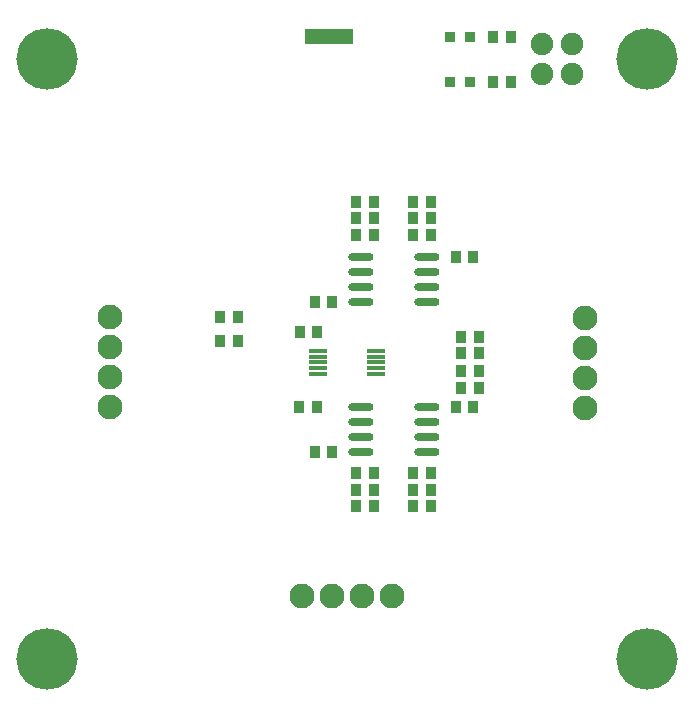
<source format=gts>
G04 Layer: TopSolderMaskLayer*
G04 Panelize: , Column: 2, Row: 2, Board Size: 58.42mm x 58.42mm, Panelized Board Size: 118.84mm x 118.84mm*
G04 EasyEDA v6.5.34, 2023-10-06 23:46:37*
G04 e07c970f047149babf7d85850df99f2e,5a6b42c53f6a479593ecc07194224c93,10*
G04 Gerber Generator version 0.2*
G04 Scale: 100 percent, Rotated: No, Reflected: No *
G04 Dimensions in millimeters *
G04 leading zeros omitted , absolute positions ,4 integer and 5 decimal *
%FSLAX45Y45*%
%MOMM*%

%AMMACRO1*1,1,$1,$2,$3*1,1,$1,$4,$5*1,1,$1,0-$2,0-$3*1,1,$1,0-$4,0-$5*20,1,$1,$2,$3,$4,$5,0*20,1,$1,$4,$5,0-$2,0-$3,0*20,1,$1,0-$2,0-$3,0-$4,0-$5,0*20,1,$1,0-$4,0-$5,$2,$3,0*4,1,4,$2,$3,$4,$5,0-$2,0-$3,0-$4,0-$5,$2,$3,0*%
%ADD10MACRO1,0.1016X-0.4032X-0.432X-0.4032X0.432*%
%ADD11MACRO1,0.1016X0.4032X-0.432X0.4032X0.432*%
%ADD12MACRO1,0.1016X0.4032X0.432X0.4032X-0.432*%
%ADD13MACRO1,0.1016X-0.4032X0.432X-0.4032X-0.432*%
%ADD14O,2.1466048X0.68961*%
%ADD15MACRO1,0.1016X-0.4X0.45X0.4X0.45*%
%ADD16MACRO1,0.1016X0.4X-0.45X-0.4X-0.45*%
%ADD17MACRO1,0.1016X-0.4X-0.4X-0.4X0.4*%
%ADD18MACRO1,0.1016X-0.75X0.1524X0.75X0.1524*%
%ADD19C,5.2032*%
%ADD20C,1.9016*%
%ADD21C,2.1016*%

%LPD*%
D10*
G01*
X4037724Y3111500D03*
D11*
G01*
X3887075Y3111500D03*
D10*
G01*
X4037724Y2971800D03*
D11*
G01*
X3887075Y2971800D03*
D10*
G01*
X4037724Y2819400D03*
D11*
G01*
X3887075Y2819400D03*
D10*
G01*
X4037724Y2679700D03*
D11*
G01*
X3887075Y2679700D03*
D10*
G01*
X3148724Y1955800D03*
D11*
G01*
X2998075Y1955800D03*
D10*
G01*
X3631324Y1955800D03*
D11*
G01*
X3480675Y1955800D03*
D10*
G01*
X3148724Y1816100D03*
D11*
G01*
X2998075Y1816100D03*
D10*
G01*
X3148724Y1676400D03*
D11*
G01*
X2998075Y1676400D03*
D12*
G01*
X3480675Y1676400D03*
D13*
G01*
X3631324Y1676400D03*
D12*
G01*
X3480675Y1816100D03*
D13*
G01*
X3631324Y1816100D03*
D10*
G01*
X3148724Y3975100D03*
D11*
G01*
X2998075Y3975100D03*
D10*
G01*
X3631324Y3975100D03*
D11*
G01*
X3480675Y3975100D03*
D10*
G01*
X3148724Y4114800D03*
D11*
G01*
X2998075Y4114800D03*
D10*
G01*
X3148724Y4254500D03*
D11*
G01*
X2998075Y4254500D03*
D12*
G01*
X3480675Y4114800D03*
D13*
G01*
X3631324Y4114800D03*
D12*
G01*
X3480675Y4254500D03*
D13*
G01*
X3631324Y4254500D03*
D14*
G01*
X3037459Y2514600D03*
G01*
X3037459Y2387600D03*
G01*
X3037459Y2260600D03*
G01*
X3037459Y2133600D03*
G01*
X3591940Y2514600D03*
G01*
X3591940Y2387600D03*
G01*
X3591940Y2260600D03*
G01*
X3591940Y2133600D03*
D15*
G01*
X3981599Y2514600D03*
G01*
X3841600Y2514600D03*
D16*
G01*
X2647800Y2133600D03*
G01*
X2787799Y2133600D03*
D14*
G01*
X3037459Y3784600D03*
G01*
X3037459Y3657600D03*
G01*
X3037459Y3530600D03*
G01*
X3037459Y3403600D03*
G01*
X3591940Y3784600D03*
G01*
X3591940Y3657600D03*
G01*
X3591940Y3530600D03*
G01*
X3591940Y3403600D03*
D16*
G01*
X2647800Y3403600D03*
G01*
X2787799Y3403600D03*
D15*
G01*
X3981599Y3784600D03*
G01*
X3841600Y3784600D03*
D17*
G01*
X3958589Y5651500D03*
G01*
X3788410Y5651500D03*
D10*
G01*
X1993024Y3276600D03*
D11*
G01*
X1842375Y3276600D03*
D10*
G01*
X1993024Y3073400D03*
D11*
G01*
X1842375Y3073400D03*
D12*
G01*
X2515475Y2514600D03*
D13*
G01*
X2666124Y2514600D03*
D15*
G01*
X2660799Y3149600D03*
G01*
X2520800Y3149600D03*
D10*
G01*
X4304424Y5270500D03*
D11*
G01*
X4153775Y5270500D03*
D18*
G01*
X2675890Y2995599D03*
G01*
X2675890Y2945587D03*
G01*
X2675890Y2895600D03*
G01*
X2675890Y2845587D03*
G01*
X2675890Y2795600D03*
G01*
X3166109Y2795600D03*
G01*
X3166109Y2845587D03*
G01*
X3166109Y2895600D03*
G01*
X3166109Y2945587D03*
G01*
X3166109Y2995599D03*
D17*
G01*
X3958589Y5270500D03*
G01*
X3788410Y5270500D03*
D10*
G01*
X4304424Y5651500D03*
D11*
G01*
X4153775Y5651500D03*
D19*
G01*
X381000Y5461000D03*
G01*
X5461000Y5461000D03*
G01*
X5461000Y381000D03*
G01*
X381000Y381000D03*
D20*
G01*
X4572000Y5588000D03*
G01*
X4572000Y5334000D03*
G01*
X4826000Y5334000D03*
G01*
X4826000Y5588000D03*
D21*
G01*
X4931206Y3020161D03*
G01*
X4931206Y2766161D03*
G01*
X4931206Y2512161D03*
G01*
X4931206Y3274161D03*
G01*
X910818Y2520340D03*
G01*
X910818Y3282340D03*
G01*
X910818Y3028340D03*
G01*
X910818Y2774340D03*
G01*
X3048000Y914400D03*
G01*
X2794000Y914400D03*
G01*
X2540000Y914400D03*
G01*
X3302000Y914400D03*
G36*
X2565400Y5715000D02*
G01*
X2971800Y5715000D01*
X2971800Y5588000D01*
X2565400Y5588000D01*
G37*
M02*

</source>
